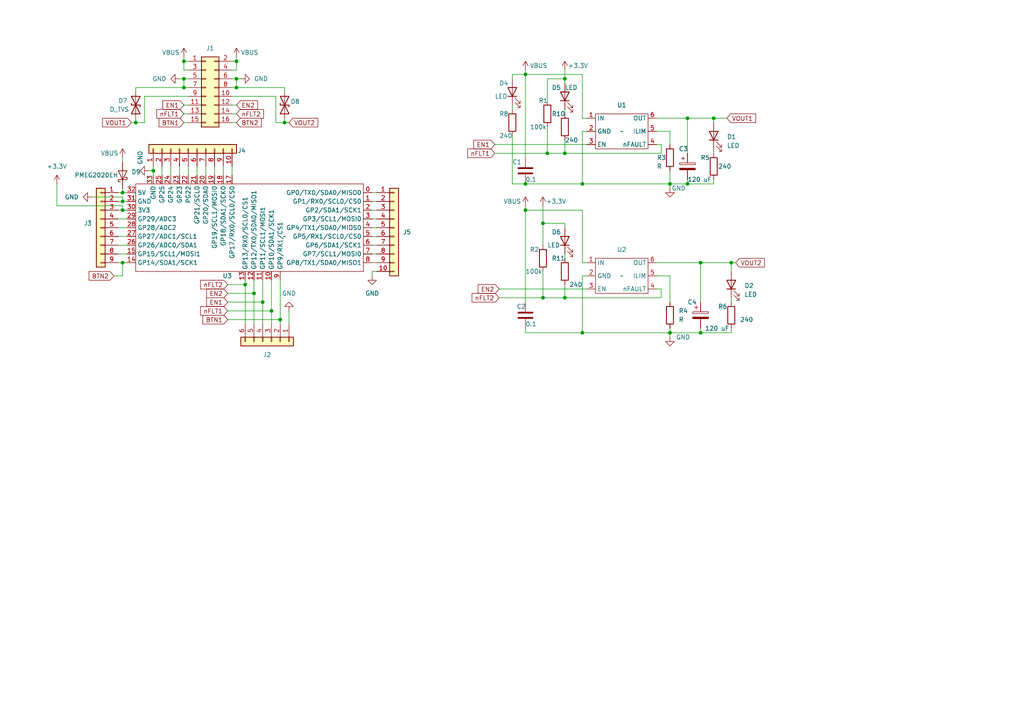
<source format=kicad_sch>
(kicad_sch (version 20231120) (generator "eeschema") (generator_version "8.0")
  (paper "A4")
  (lib_symbols
    (symbol "Connector_Generic:Conn_01x06" (pin_names (offset 1.016) hide)
      (property "Reference" "J" (at 0 7.62 0))
      (property "Value" "Conn_01x06" (at 0 -10.16 0))
      (symbol "Conn_01x06_1_1"
        (rectangle (start -1.27 -7.493) (end 0 -7.747) (stroke (width 0.1524)))
        (rectangle (start -1.27 -4.953) (end 0 -5.207) (stroke (width 0.1524)))
        (rectangle (start -1.27 -2.413) (end 0 -2.667) (stroke (width 0.1524)))
        (rectangle (start -1.27 0.127) (end 0 -0.127) (stroke (width 0.1524)))
        (rectangle (start -1.27 2.667) (end 0 2.413) (stroke (width 0.1524)))
        (rectangle (start -1.27 5.207) (end 0 4.953) (stroke (width 0.1524)))
        (rectangle (start -1.27 6.35) (end 1.27 -8.89) (stroke (width 0.254)) (fill (type background)))
        (pin passive line (at -5.08 5.08 0) (length 3.81) (name "Pin_1") (number "1"))
        (pin passive line (at -5.08 2.54 0) (length 3.81) (name "Pin_2") (number "2"))
        (pin passive line (at -5.08 0 0) (length 3.81) (name "Pin_3") (number "3"))
        (pin passive line (at -5.08 -2.54 0) (length 3.81) (name "Pin_4") (number "4"))
        (pin passive line (at -5.08 -5.08 0) (length 3.81) (name "Pin_5") (number "5"))
        (pin passive line (at -5.08 -7.62 0) (length 3.81) (name "Pin_6") (number "6"))
      )
    )
    (symbol "Connector_Generic:Conn_01x09" (pin_names (offset 1.016) hide)
      (property "Reference" "J" (at 0 12.7 0))
      (property "Value" "Conn_01x09" (at 0 -12.7 0))
      (symbol "Conn_01x09_1_1"
        (rectangle (start -1.27 -10.033) (end 0 -10.287) (stroke (width 0.1524)))
        (rectangle (start -1.27 -7.493) (end 0 -7.747) (stroke (width 0.1524)))
        (rectangle (start -1.27 -4.953) (end 0 -5.207) (stroke (width 0.1524)))
        (rectangle (start -1.27 -2.413) (end 0 -2.667) (stroke (width 0.1524)))
        (rectangle (start -1.27 0.127) (end 0 -0.127) (stroke (width 0.1524)))
        (rectangle (start -1.27 2.667) (end 0 2.413) (stroke (width 0.1524)))
        (rectangle (start -1.27 5.207) (end 0 4.953) (stroke (width 0.1524)))
        (rectangle (start -1.27 7.747) (end 0 7.493) (stroke (width 0.1524)))
        (rectangle (start -1.27 10.287) (end 0 10.033) (stroke (width 0.1524)))
        (rectangle (start -1.27 11.43) (end 1.27 -11.43) (stroke (width 0.254)) (fill (type background)))
        (pin passive line (at -5.08 10.16 0) (length 3.81) (name "Pin_1") (number "1"))
        (pin passive line (at -5.08 7.62 0) (length 3.81) (name "Pin_2") (number "2"))
        (pin passive line (at -5.08 5.08 0) (length 3.81) (name "Pin_3") (number "3"))
        (pin passive line (at -5.08 2.54 0) (length 3.81) (name "Pin_4") (number "4"))
        (pin passive line (at -5.08 0 0) (length 3.81) (name "Pin_5") (number "5"))
        (pin passive line (at -5.08 -2.54 0) (length 3.81) (name "Pin_6") (number "6"))
        (pin passive line (at -5.08 -5.08 0) (length 3.81) (name "Pin_7") (number "7"))
        (pin passive line (at -5.08 -7.62 0) (length 3.81) (name "Pin_8") (number "8"))
        (pin passive line (at -5.08 -10.16 0) (length 3.81) (name "Pin_9") (number "9"))
      )
    )
    (symbol "Connector_Generic:Conn_01x10" (pin_names (offset 1.016) hide)
      (property "Reference" "J" (at 0 12.7 0))
      (property "Value" "Conn_01x10" (at 0 -15.24 0))
      (symbol "Conn_01x10_1_1"
        (rectangle (start -1.27 -12.573) (end 0 -12.827) (stroke (width 0.1524)))
        (rectangle (start -1.27 -10.033) (end 0 -10.287) (stroke (width 0.1524)))
        (rectangle (start -1.27 -7.493) (end 0 -7.747) (stroke (width 0.1524)))
        (rectangle (start -1.27 -4.953) (end 0 -5.207) (stroke (width 0.1524)))
        (rectangle (start -1.27 -2.413) (end 0 -2.667) (stroke (width 0.1524)))
        (rectangle (start -1.27 0.127) (end 0 -0.127) (stroke (width 0.1524)))
        (rectangle (start -1.27 2.667) (end 0 2.413) (stroke (width 0.1524)))
        (rectangle (start -1.27 5.207) (end 0 4.953) (stroke (width 0.1524)))
        (rectangle (start -1.27 7.747) (end 0 7.493) (stroke (width 0.1524)))
        (rectangle (start -1.27 10.287) (end 0 10.033) (stroke (width 0.1524)))
        (rectangle (start -1.27 11.43) (end 1.27 -13.97) (stroke (width 0.254)) (fill (type background)))
        (pin passive line (at -5.08 10.16 0) (length 3.81) (name "Pin_1") (number "1"))
        (pin passive line (at -5.08 -12.7 0) (length 3.81) (name "Pin_10") (number "10"))
        (pin passive line (at -5.08 7.62 0) (length 3.81) (name "Pin_2") (number "2"))
        (pin passive line (at -5.08 5.08 0) (length 3.81) (name "Pin_3") (number "3"))
        (pin passive line (at -5.08 2.54 0) (length 3.81) (name "Pin_4") (number "4"))
        (pin passive line (at -5.08 0 0) (length 3.81) (name "Pin_5") (number "5"))
        (pin passive line (at -5.08 -2.54 0) (length 3.81) (name "Pin_6") (number "6"))
        (pin passive line (at -5.08 -5.08 0) (length 3.81) (name "Pin_7") (number "7"))
        (pin passive line (at -5.08 -7.62 0) (length 3.81) (name "Pin_8") (number "8"))
        (pin passive line (at -5.08 -10.16 0) (length 3.81) (name "Pin_9") (number "9"))
      )
    )
    (symbol "Connector_Generic:Conn_02x08_Odd_Even" (pin_names (offset 1.016) hide)
      (property "Reference" "J" (at 1.27 10.16 0))
      (property "Value" "Conn_02x08_Odd_Even" (at 1.27 -12.7 0))
      (symbol "Conn_02x08_Odd_Even_1_1"
        (rectangle (start -1.27 -10.033) (end 0 -10.287) (stroke (width 0.1524)))
        (rectangle (start -1.27 -7.493) (end 0 -7.747) (stroke (width 0.1524)))
        (rectangle (start -1.27 -4.953) (end 0 -5.207) (stroke (width 0.1524)))
        (rectangle (start -1.27 -2.413) (end 0 -2.667) (stroke (width 0.1524)))
        (rectangle (start -1.27 0.127) (end 0 -0.127) (stroke (width 0.1524)))
        (rectangle (start -1.27 2.667) (end 0 2.413) (stroke (width 0.1524)))
        (rectangle (start -1.27 5.207) (end 0 4.953) (stroke (width 0.1524)))
        (rectangle (start -1.27 7.747) (end 0 7.493) (stroke (width 0.1524)))
        (rectangle (start -1.27 8.89) (end 3.81 -11.43) (stroke (width 0.254)) (fill (type background)))
        (rectangle (start 3.81 -10.033) (end 2.54 -10.287) (stroke (width 0.1524)))
        (rectangle (start 3.81 -7.493) (end 2.54 -7.747) (stroke (width 0.1524)))
        (rectangle (start 3.81 -4.953) (end 2.54 -5.207) (stroke (width 0.1524)))
        (rectangle (start 3.81 -2.413) (end 2.54 -2.667) (stroke (width 0.1524)))
        (rectangle (start 3.81 0.127) (end 2.54 -0.127) (stroke (width 0.1524)))
        (rectangle (start 3.81 2.667) (end 2.54 2.413) (stroke (width 0.1524)))
        (rectangle (start 3.81 5.207) (end 2.54 4.953) (stroke (width 0.1524)))
        (rectangle (start 3.81 7.747) (end 2.54 7.493) (stroke (width 0.1524)))
        (pin passive line (at -5.08 7.62 0) (length 3.81) (name "Pin_1") (number "1"))
        (pin passive line (at 7.62 -2.54 180) (length 3.81) (name "Pin_10") (number "10"))
        (pin passive line (at -5.08 -5.08 0) (length 3.81) (name "Pin_11") (number "11"))
        (pin passive line (at 7.62 -5.08 180) (length 3.81) (name "Pin_12") (number "12"))
        (pin passive line (at -5.08 -7.62 0) (length 3.81) (name "Pin_13") (number "13"))
        (pin passive line (at 7.62 -7.62 180) (length 3.81) (name "Pin_14") (number "14"))
        (pin passive line (at -5.08 -10.16 0) (length 3.81) (name "Pin_15") (number "15"))
        (pin passive line (at 7.62 -10.16 180) (length 3.81) (name "Pin_16") (number "16"))
        (pin passive line (at 7.62 7.62 180) (length 3.81) (name "Pin_2") (number "2"))
        (pin passive line (at -5.08 5.08 0) (length 3.81) (name "Pin_3") (number "3"))
        (pin passive line (at 7.62 5.08 180) (length 3.81) (name "Pin_4") (number "4"))
        (pin passive line (at -5.08 2.54 0) (length 3.81) (name "Pin_5") (number "5"))
        (pin passive line (at 7.62 2.54 180) (length 3.81) (name "Pin_6") (number "6"))
        (pin passive line (at -5.08 0 0) (length 3.81) (name "Pin_7") (number "7"))
        (pin passive line (at 7.62 0 180) (length 3.81) (name "Pin_8") (number "8"))
        (pin passive line (at -5.08 -2.54 0) (length 3.81) (name "Pin_9") (number "9"))
      )
    )
    (symbol "Device:C" (pin_numbers hide) (pin_names (offset 0.254))
      (property "Reference" "C" (at 0.635 2.54 0))
      (property "Value" "C" (at 0.635 -2.54 0))
      (symbol "C_0_1"
        (polyline (pts (xy -2.032 -0.762) (xy 2.032 -0.762)) (stroke (width 0.508)))
        (polyline (pts (xy -2.032 0.762) (xy 2.032 0.762)) (stroke (width 0.508)))
      )
      (symbol "C_1_1"
        (pin passive line (at 0 3.81 270) (length 2.794) (name "~") (number "1"))
        (pin passive line (at 0 -3.81 90) (length 2.794) (name "~") (number "2"))
      )
    )
    (symbol "Device:C_Polarized" (pin_numbers hide) (pin_names (offset 0.254))
      (property "Reference" "C" (at 0.635 2.54 0))
      (property "Value" "C_Polarized" (at 0.635 -2.54 0))
      (symbol "C_Polarized_0_1"
        (rectangle (start -2.286 0.508) (end 2.286 1.016))
        (polyline (pts (xy -1.778 2.286) (xy -0.762 2.286)))
        (polyline (pts (xy -1.27 2.794) (xy -1.27 1.778)))
        (rectangle (start 2.286 -0.508) (end -2.286 -1.016) (fill (type outline)))
      )
      (symbol "C_Polarized_1_1"
        (pin passive line (at 0 3.81 270) (length 2.794) (name "~") (number "1"))
        (pin passive line (at 0 -3.81 90) (length 2.794) (name "~") (number "2"))
      )
    )
    (symbol "Device:D_TVS" (pin_numbers hide) (pin_names (offset 1.016) hide)
      (property "Reference" "D" (at 0 2.54 0))
      (property "Value" "D_TVS" (at 0 -2.54 0))
      (symbol "D_TVS_0_1"
        (polyline (pts (xy 1.27 0) (xy -1.27 0)))
        (polyline (pts (xy 0.508 1.27) (xy 0 1.27) (xy 0 -1.27) (xy -0.508 -1.27)) (stroke (width 0.254)))
        (polyline (pts (xy -2.54 1.27) (xy -2.54 -1.27) (xy 2.54 1.27) (xy 2.54 -1.27) (xy -2.54 1.27)) (stroke (width 0.254)))
      )
      (symbol "D_TVS_1_1"
        (pin passive line (at -3.81 0 0) (length 2.54) (name "A1") (number "1"))
        (pin passive line (at 3.81 0 180) (length 2.54) (name "A2") (number "2"))
      )
    )
    (symbol "Device:LED" (pin_numbers hide) (pin_names (offset 1.016) hide)
      (property "Reference" "D" (at 0 2.54 0))
      (property "Value" "LED" (at 0 -2.54 0))
      (symbol "LED_0_1"
        (polyline (pts (xy -1.27 -1.27) (xy -1.27 1.27)) (stroke (width 0.254)))
        (polyline (pts (xy -1.27 0) (xy 1.27 0)))
        (polyline (pts (xy 1.27 -1.27) (xy 1.27 1.27) (xy -1.27 0) (xy 1.27 -1.27)) (stroke (width 0.254)))
        (polyline (pts (xy -3.048 -0.762) (xy -4.572 -2.286) (xy -3.81 -2.286) (xy -4.572 -2.286) (xy -4.572 -1.524)))
        (polyline (pts (xy -1.778 -0.762) (xy -3.302 -2.286) (xy -2.54 -2.286) (xy -3.302 -2.286) (xy -3.302 -1.524)))
      )
      (symbol "LED_1_1"
        (pin passive line (at -3.81 0 0) (length 2.54) (name "K") (number "1"))
        (pin passive line (at 3.81 0 180) (length 2.54) (name "A") (number "2"))
      )
    )
    (symbol "Device:R" (pin_numbers hide) (pin_names (offset 0))
      (property "Reference" "R" (at 2.032 0 90))
      (property "Value" "R" (at 0 0 90))
      (symbol "R_0_1"
        (rectangle (start -1.016 -2.54) (end 1.016 2.54) (stroke (width 0.254)))
      )
      (symbol "R_1_1"
        (pin passive line (at 0 3.81 270) (length 1.27) (name "~") (number "1"))
        (pin passive line (at 0 -3.81 90) (length 1.27) (name "~") (number "2"))
      )
    )
    (symbol "Diode:PMEG2020EH" (pin_numbers hide) (pin_names hide)
      (property "Reference" "D" (at 0 2.54 0))
      (property "Value" "PMEG2020EH" (at 0 -2.54 0))
      (symbol "PMEG2020EH_0_1"
        (polyline (pts (xy 1.27 0) (xy -1.27 0)))
        (polyline (pts (xy 1.27 1.27) (xy 1.27 -1.27) (xy -1.27 0) (xy 1.27 1.27)) (stroke (width 0.2032)))
        (polyline (pts (xy -1.905 0.635) (xy -1.905 1.27) (xy -1.27 1.27) (xy -1.27 -1.27) (xy -0.635 -1.27) (xy -0.635 -0.635)) (stroke (width 0.2032)))
      )
      (symbol "PMEG2020EH_1_1"
        (pin passive line (at -3.81 0 0) (length 2.54) (name "K") (number "1"))
        (pin passive line (at 3.81 0 180) (length 2.54) (name "A") (number "2"))
      )
    )
    (symbol "Vedro:RP2040-One"
      (property "Reference" "U" (at 0 25.4 0))
      (symbol "RP2040-One_0_1"
        (rectangle (start -44.45 15.24) (end 21.59 -10.16))
      )
      (symbol "RP2040-One_1_1"
        (pin input line (at 24.13 12.7 180) (length 2.54) (name "GP0/TX0/SDA0/MISO0") (number "0"))
        (pin input line (at 24.13 10.16 180) (length 2.54) (name "GP1/RX0/SCL0/CS0") (number "1"))
        (pin input line (at -5.08 -12.7 90) (length 2.54) (name "GP10/SDA1/SCK1") (number "10"))
        (pin input line (at -7.62 -12.7 90) (length 2.54) (name "GP11/SCL1/MOSI1") (number "11"))
        (pin input line (at -10.16 -12.7 90) (length 2.54) (name "GP12/TX0/SDA0/MISO1") (number "12"))
        (pin input line (at -12.7 -12.7 90) (length 2.54) (name "GP13/RX0/SCL0/CS1") (number "13"))
        (pin input line (at -46.99 -7.62 0) (length 2.54) (name "GP14/SDA1/SCK1") (number "14"))
        (pin input line (at -46.99 -5.08 0) (length 2.54) (name "GP15/SCL1/MOSI1") (number "15"))
        (pin power_in line (at -16.51 17.78 270) (length 2.54) (name "GP17/RX0/SCL0/CS0") (number "17"))
        (pin power_in line (at -19.05 17.78 270) (length 2.54) (name "GP18/SDA1/SCK0") (number "18"))
        (pin power_in line (at -21.59 17.78 270) (length 2.54) (name "GP19/SCL1/MOSI0") (number "19"))
        (pin input line (at 24.13 7.62 180) (length 2.54) (name "GP2/SDA1/SCK1") (number "2"))
        (pin power_in line (at -24.13 17.78 270) (length 2.54) (name "GP20/SDA0") (number "20"))
        (pin power_in line (at -26.67 17.78 270) (length 2.54) (name "GP21/SCL0") (number "21"))
        (pin power_in line (at -29.21 17.78 270) (length 2.54) (name "PG22") (number "22"))
        (pin power_in line (at -31.75 17.78 270) (length 2.54) (name "GP23") (number "23"))
        (pin power_in line (at -34.29 17.78 270) (length 2.54) (name "GP24") (number "24"))
        (pin power_in line (at -36.83 17.78 270) (length 2.54) (name "GP25") (number "25"))
        (pin input line (at -46.99 -2.54 0) (length 2.54) (name "GP26/ADC0/SDA1") (number "26"))
        (pin input line (at -46.99 0 0) (length 2.54) (name "GP27/ADC1/SCL1") (number "27"))
        (pin input line (at -46.99 2.54 0) (length 2.54) (name "GP28/ADC2") (number "28"))
        (pin input line (at -46.99 5.08 0) (length 2.54) (name "GP29/ADC3") (number "29"))
        (pin input line (at 24.13 5.08 180) (length 2.54) (name "GP3/SCL1/MOSI0") (number "3"))
        (pin power_in line (at -46.99 7.62 0) (length 2.54) (name "3V3") (number "30"))
        (pin power_in line (at -46.99 10.16 0) (length 2.54) (name "GND") (number "31"))
        (pin power_in line (at -46.99 12.7 0) (length 2.54) (name "5V") (number "32"))
        (pin power_in line (at -39.37 17.78 270) (length 2.54) (name "GND") (number "33"))
        (pin input line (at 24.13 2.54 180) (length 2.54) (name "GP4/TX1/SDA0/MIOS0") (number "4"))
        (pin input line (at 24.13 0 180) (length 2.54) (name "GP5/RX1/SCL0/CS0") (number "5"))
        (pin input line (at 24.13 -2.54 180) (length 2.54) (name "GP6/SDA1/SCK1") (number "6"))
        (pin input line (at 24.13 -5.08 180) (length 2.54) (name "GP7/SCL1/MOSI0") (number "7"))
        (pin input line (at 24.13 -7.62 180) (length 2.54) (name "GP8/TX1/SDA0/MISO1") (number "8"))
        (pin input line (at -2.54 -12.7 90) (length 2.54) (name "GP9/RX1/CS1") (number "9"))
      )
    )
    (symbol "power:+3.3V" (power) (pin_names (offset 0))
      (property "Value" "+3.3V" (at 0 3.556 0))
      (symbol "+3.3V_0_1"
        (polyline (pts (xy -0.762 1.27) (xy 0 2.54)))
        (polyline (pts (xy 0 0) (xy 0 2.54)))
        (polyline (pts (xy 0 2.54) (xy 0.762 1.27)))
      )
      (symbol "+3.3V_1_1"
        (pin power_in line (at 0 0 90) (length 0) hide (name "+3.3V") (number "1"))
      )
    )
    (symbol "power:GND" (power) (pin_names (offset 0))
      (property "Value" "GND" (at 0 -3.81 0))
      (symbol "GND_0_1"
        (polyline (pts (xy 0 0) (xy 0 -1.27) (xy 1.27 -1.27) (xy 0 -2.54) (xy -1.27 -1.27) (xy 0 -1.27)))
      )
      (symbol "GND_1_1"
        (pin power_in line (at 0 0 270) (length 0) hide (name "GND") (number "1"))
      )
    )
    (symbol "power:VBUS" (power) (pin_names (offset 0))
      (property "Value" "VBUS" (at 0 3.81 0))
      (symbol "VBUS_0_1"
        (polyline (pts (xy -0.762 1.27) (xy 0 2.54)))
        (polyline (pts (xy 0 0) (xy 0 2.54)))
        (polyline (pts (xy 0 2.54) (xy 0.762 1.27)))
      )
      (symbol "VBUS_1_1"
        (pin power_in line (at 0 0 90) (length 0) hide (name "VBUS") (number "1"))
      )
    )
    (symbol "swich emergent:tps2553"
      (property "Reference" "U" (at 0 7.62 0))
      (symbol "tps2553_0_1"
        (rectangle (start -7.62 5.08) (end 7.62 -5.08))
      )
      (symbol "tps2553_1_1"
        (pin power_in line (at -10.16 3.81 0) (length 2.54) (name "IN") (number "1"))
        (pin power_in line (at -10.16 0 0) (length 2.54) (name "GND") (number "2"))
        (pin input line (at -10.16 -3.81 0) (length 2.54) (name "EN") (number "3"))
        (pin open_collector line (at 10.16 -3.81 180) (length 2.54) (name "nFAULT") (number "4"))
        (pin output line (at 10.16 0 180) (length 2.54) (name "ILIM") (number "5"))
        (pin power_out line (at 10.16 3.81 180) (length 2.54) (name "OUT") (number "6"))
      )
    )
  )
  (junction (at 194.31 96.52))
  (junction (at 53.34 17.78))
  (junction (at 158.75 44.45))
  (junction (at 194.31 53.34))
  (junction (at 71.12 82.55))
  (junction (at 35.56 58.42))
  (junction (at 199.39 34.29))
  (junction (at 76.2 87.63))
  (junction (at 199.39 53.34))
  (junction (at 212.09 76.2))
  (junction (at 35.56 55.88))
  (junction (at 163.83 44.45))
  (junction (at 81.28 92.71))
  (junction (at 35.56 76.2))
  (junction (at 168.91 53.34))
  (junction (at 35.56 60.96))
  (junction (at 53.34 22.86))
  (junction (at 78.74 90.17))
  (junction (at 68.58 22.86))
  (junction (at 152.4 21.59))
  (junction (at 207.01 34.29))
  (junction (at 39.37 35.56))
  (junction (at 163.83 86.36))
  (junction (at 157.48 64.77))
  (junction (at 203.2 76.2))
  (junction (at 152.4 60.96))
  (junction (at 53.34 25.4))
  (junction (at 163.83 22.86))
  (junction (at 203.2 96.52))
  (junction (at 44.45 49.53))
  (junction (at 68.58 17.78))
  (junction (at 73.66 85.09))
  (junction (at 152.4 53.34))
  (junction (at 157.48 86.36))
  (junction (at 168.91 96.52))
  (junction (at 68.58 25.4))
  (junction (at 82.55 35.56))
  (wire (pts (xy 157.48 86.36) (xy 163.83 86.36)))
  (wire (pts (xy 194.31 96.52) (xy 194.31 97.79)))
  (wire (pts (xy 66.04 87.63) (xy 76.2 87.63)))
  (wire (pts (xy 34.29 58.42) (xy 35.56 58.42)))
  (wire (pts (xy 207.01 34.29) (xy 210.82 34.29)))
  (wire (pts (xy 199.39 52.07) (xy 199.39 53.34)))
  (wire (pts (xy 109.22 60.96) (xy 107.95 60.96)))
  (wire (pts (xy 168.91 96.52) (xy 194.31 96.52)))
  (wire (pts (xy 53.34 16.51) (xy 53.34 17.78)))
  (wire (pts (xy 67.31 17.78) (xy 68.58 17.78)))
  (wire (pts (xy 152.4 96.52) (xy 168.91 96.52)))
  (wire (pts (xy 170.18 38.1) (xy 168.91 38.1)))
  (wire (pts (xy 81.28 92.71) (xy 81.28 81.28)))
  (wire (pts (xy 157.48 64.77) (xy 163.83 64.77)))
  (wire (pts (xy 66.04 92.71) (xy 81.28 92.71)))
  (wire (pts (xy 64.77 48.26) (xy 64.77 50.8)))
  (wire (pts (xy 39.37 25.4) (xy 53.34 25.4)))
  (wire (pts (xy 34.29 71.12) (xy 36.83 71.12)))
  (wire (pts (xy 34.29 55.88) (xy 35.56 55.88)))
  (wire (pts (xy 190.5 76.2) (xy 203.2 76.2)))
  (wire (pts (xy 194.31 80.01) (xy 190.5 80.01)))
  (wire (pts (xy 107.95 78.74) (xy 109.22 78.74)))
  (wire (pts (xy 190.5 34.29) (xy 199.39 34.29)))
  (wire (pts (xy 53.34 22.86) (xy 52.07 22.86)))
  (wire (pts (xy 59.69 48.26) (xy 59.69 50.8)))
  (wire (pts (xy 16.51 53.34) (xy 16.51 59.69)))
  (wire (pts (xy 143.51 41.91) (xy 170.18 41.91)))
  (wire (pts (xy 53.34 35.56) (xy 54.61 35.56)))
  (wire (pts (xy 39.37 26.67) (xy 39.37 25.4)))
  (wire (pts (xy 78.74 93.98) (xy 78.74 90.17)))
  (wire (pts (xy 54.61 25.4) (xy 53.34 25.4)))
  (wire (pts (xy 157.48 59.69) (xy 157.48 64.77)))
  (wire (pts (xy 68.58 17.78) (xy 68.58 20.32)))
  (wire (pts (xy 71.12 82.55) (xy 71.12 81.28)))
  (wire (pts (xy 68.58 33.02) (xy 67.31 33.02)))
  (wire (pts (xy 68.58 25.4) (xy 82.55 25.4)))
  (wire (pts (xy 35.56 55.88) (xy 36.83 55.88)))
  (wire (pts (xy 66.04 82.55) (xy 71.12 82.55)))
  (wire (pts (xy 191.77 41.91) (xy 190.5 41.91)))
  (wire (pts (xy 80.01 35.56) (xy 82.55 35.56)))
  (wire (pts (xy 35.56 54.61) (xy 35.56 55.88)))
  (wire (pts (xy 207.01 52.07) (xy 207.01 53.34)))
  (wire (pts (xy 34.29 68.58) (xy 36.83 68.58)))
  (wire (pts (xy 168.91 80.01) (xy 170.18 80.01)))
  (wire (pts (xy 109.22 58.42) (xy 107.95 58.42)))
  (wire (pts (xy 53.34 22.86) (xy 53.34 25.4)))
  (wire (pts (xy 66.04 85.09) (xy 73.66 85.09)))
  (wire (pts (xy 66.04 90.17) (xy 78.74 90.17)))
  (wire (pts (xy 57.15 48.26) (xy 57.15 50.8)))
  (wire (pts (xy 62.23 48.26) (xy 62.23 50.8)))
  (wire (pts (xy 35.56 57.15) (xy 35.56 58.42)))
  (wire (pts (xy 148.59 21.59) (xy 148.59 22.86)))
  (wire (pts (xy 34.29 73.66) (xy 36.83 73.66)))
  (wire (pts (xy 71.12 93.98) (xy 71.12 82.55)))
  (wire (pts (xy 163.83 22.86) (xy 163.83 24.13)))
  (wire (pts (xy 52.07 48.26) (xy 52.07 50.8)))
  (wire (pts (xy 199.39 53.34) (xy 207.01 53.34)))
  (wire (pts (xy 203.2 76.2) (xy 212.09 76.2)))
  (wire (pts (xy 67.31 27.94) (xy 80.01 27.94)))
  (wire (pts (xy 43.18 49.53) (xy 44.45 49.53)))
  (wire (pts (xy 212.09 95.25) (xy 212.09 96.52)))
  (wire (pts (xy 163.83 82.55) (xy 163.83 86.36)))
  (wire (pts (xy 152.4 95.25) (xy 152.4 96.52)))
  (wire (pts (xy 35.56 45.72) (xy 35.56 46.99)))
  (wire (pts (xy 191.77 83.82) (xy 190.5 83.82)))
  (wire (pts (xy 203.2 96.52) (xy 212.09 96.52)))
  (wire (pts (xy 158.75 29.21) (xy 158.75 22.86)))
  (wire (pts (xy 68.58 22.86) (xy 68.58 25.4)))
  (wire (pts (xy 67.31 48.26) (xy 67.31 50.8)))
  (wire (pts (xy 83.82 90.17) (xy 83.82 93.98)))
  (wire (pts (xy 168.91 60.96) (xy 168.91 76.2)))
  (wire (pts (xy 109.22 63.5) (xy 107.95 63.5)))
  (wire (pts (xy 82.55 25.4) (xy 82.55 26.67)))
  (wire (pts (xy 35.56 60.96) (xy 34.29 60.96)))
  (wire (pts (xy 76.2 87.63) (xy 76.2 81.28)))
  (wire (pts (xy 152.4 21.59) (xy 168.91 21.59)))
  (wire (pts (xy 191.77 86.36) (xy 191.77 83.82)))
  (wire (pts (xy 143.51 44.45) (xy 158.75 44.45)))
  (wire (pts (xy 34.29 66.04) (xy 36.83 66.04)))
  (wire (pts (xy 35.56 80.01) (xy 35.56 76.2)))
  (wire (pts (xy 199.39 34.29) (xy 199.39 44.45)))
  (wire (pts (xy 73.66 93.98) (xy 73.66 85.09)))
  (wire (pts (xy 34.29 76.2) (xy 35.56 76.2)))
  (wire (pts (xy 207.01 44.45) (xy 207.01 43.18)))
  (wire (pts (xy 158.75 44.45) (xy 163.83 44.45)))
  (wire (pts (xy 207.01 35.56) (xy 207.01 34.29)))
  (wire (pts (xy 46.99 48.26) (xy 46.99 50.8)))
  (wire (pts (xy 78.74 90.17) (xy 78.74 81.28)))
  (wire (pts (xy 148.59 39.37) (xy 148.59 53.34)))
  (wire (pts (xy 53.34 33.02) (xy 54.61 33.02)))
  (wire (pts (xy 194.31 87.63) (xy 194.31 80.01)))
  (wire (pts (xy 83.82 35.56) (xy 82.55 35.56)))
  (wire (pts (xy 53.34 22.86) (xy 54.61 22.86)))
  (wire (pts (xy 53.34 17.78) (xy 54.61 17.78)))
  (wire (pts (xy 191.77 44.45) (xy 191.77 41.91)))
  (wire (pts (xy 194.31 96.52) (xy 203.2 96.52)))
  (wire (pts (xy 109.22 66.04) (xy 107.95 66.04)))
  (wire (pts (xy 41.91 27.94) (xy 41.91 35.56)))
  (wire (pts (xy 203.2 76.2) (xy 203.2 87.63)))
  (wire (pts (xy 152.4 20.32) (xy 152.4 21.59)))
  (wire (pts (xy 49.53 48.26) (xy 49.53 50.8)))
  (wire (pts (xy 107.95 80.01) (xy 107.95 78.74)))
  (wire (pts (xy 144.78 86.36) (xy 157.48 86.36)))
  (wire (pts (xy 168.91 53.34) (xy 194.31 53.34)))
  (wire (pts (xy 148.59 30.48) (xy 148.59 31.75)))
  (wire (pts (xy 194.31 41.91) (xy 194.31 38.1)))
  (wire (pts (xy 82.55 35.56) (xy 82.55 34.29)))
  (wire (pts (xy 168.91 34.29) (xy 170.18 34.29)))
  (wire (pts (xy 157.48 78.74) (xy 157.48 86.36)))
  (wire (pts (xy 53.34 30.48) (xy 54.61 30.48)))
  (wire (pts (xy 168.91 21.59) (xy 168.91 34.29)))
  (wire (pts (xy 35.56 76.2) (xy 36.83 76.2)))
  (wire (pts (xy 38.1 35.56) (xy 39.37 35.56)))
  (wire (pts (xy 109.22 68.58) (xy 107.95 68.58)))
  (wire (pts (xy 194.31 38.1) (xy 190.5 38.1)))
  (wire (pts (xy 152.4 60.96) (xy 168.91 60.96)))
  (wire (pts (xy 203.2 95.25) (xy 203.2 96.52)))
  (wire (pts (xy 212.09 76.2) (xy 212.09 78.74)))
  (wire (pts (xy 44.45 49.53) (xy 44.45 50.8)))
  (wire (pts (xy 69.85 22.86) (xy 68.58 22.86)))
  (wire (pts (xy 35.56 60.96) (xy 36.83 60.96)))
  (wire (pts (xy 53.34 17.78) (xy 53.34 20.32)))
  (wire (pts (xy 68.58 35.56) (xy 67.31 35.56)))
  (wire (pts (xy 194.31 95.25) (xy 194.31 96.52)))
  (wire (pts (xy 212.09 76.2) (xy 213.36 76.2)))
  (wire (pts (xy 168.91 38.1) (xy 168.91 53.34)))
  (wire (pts (xy 68.58 16.51) (xy 68.58 17.78)))
  (wire (pts (xy 80.01 27.94) (xy 80.01 35.56)))
  (wire (pts (xy 53.34 20.32) (xy 54.61 20.32)))
  (wire (pts (xy 163.83 31.75) (xy 163.83 33.02)))
  (wire (pts (xy 26.67 57.15) (xy 35.56 57.15)))
  (wire (pts (xy 81.28 93.98) (xy 81.28 92.71)))
  (wire (pts (xy 35.56 58.42) (xy 36.83 58.42)))
  (wire (pts (xy 68.58 30.48) (xy 67.31 30.48)))
  (wire (pts (xy 54.61 48.26) (xy 54.61 50.8)))
  (wire (pts (xy 34.29 63.5) (xy 36.83 63.5)))
  (wire (pts (xy 158.75 36.83) (xy 158.75 44.45)))
  (wire (pts (xy 168.91 80.01) (xy 168.91 96.52)))
  (wire (pts (xy 212.09 86.36) (xy 212.09 87.63)))
  (wire (pts (xy 194.31 53.34) (xy 199.39 53.34)))
  (wire (pts (xy 68.58 20.32) (xy 67.31 20.32)))
  (wire (pts (xy 68.58 22.86) (xy 67.31 22.86)))
  (wire (pts (xy 148.59 21.59) (xy 152.4 21.59)))
  (wire (pts (xy 148.59 53.34) (xy 152.4 53.34)))
  (wire (pts (xy 163.83 73.66) (xy 163.83 74.93)))
  (wire (pts (xy 144.78 83.82) (xy 170.18 83.82)))
  (wire (pts (xy 152.4 21.59) (xy 152.4 45.72)))
  (wire (pts (xy 152.4 59.69) (xy 152.4 60.96)))
  (wire (pts (xy 163.83 20.32) (xy 163.83 22.86)))
  (wire (pts (xy 39.37 35.56) (xy 41.91 35.56)))
  (wire (pts (xy 199.39 34.29) (xy 207.01 34.29)))
  (wire (pts (xy 44.45 48.26) (xy 44.45 49.53)))
  (wire (pts (xy 73.66 85.09) (xy 73.66 81.28)))
  (wire (pts (xy 163.83 86.36) (xy 191.77 86.36)))
  (wire (pts (xy 158.75 22.86) (xy 163.83 22.86)))
  (wire (pts (xy 41.91 27.94) (xy 54.61 27.94)))
  (wire (pts (xy 35.56 59.69) (xy 35.56 60.96)))
  (wire (pts (xy 109.22 73.66) (xy 107.95 73.66)))
  (wire (pts (xy 67.31 25.4) (xy 68.58 25.4)))
  (wire (pts (xy 163.83 44.45) (xy 191.77 44.45)))
  (wire (pts (xy 109.22 76.2) (xy 107.95 76.2)))
  (wire (pts (xy 16.51 59.69) (xy 35.56 59.69)))
  (wire (pts (xy 157.48 71.12) (xy 157.48 64.77)))
  (wire (pts (xy 76.2 93.98) (xy 76.2 87.63)))
  (wire (pts (xy 194.31 49.53) (xy 194.31 53.34)))
  (wire (pts (xy 109.22 55.88) (xy 107.95 55.88)))
  (wire (pts (xy 168.91 76.2) (xy 170.18 76.2)))
  (wire (pts (xy 194.31 53.34) (xy 194.31 54.61)))
  (wire (pts (xy 163.83 40.64) (xy 163.83 44.45)))
  (wire (pts (xy 33.02 80.01) (xy 35.56 80.01)))
  (wire (pts (xy 152.4 53.34) (xy 168.91 53.34)))
  (wire (pts (xy 163.83 64.77) (xy 163.83 66.04)))
  (wire (pts (xy 152.4 60.96) (xy 152.4 87.63)))
  (wire (pts (xy 39.37 34.29) (xy 39.37 35.56)))
  (wire (pts (xy 109.22 71.12) (xy 107.95 71.12)))
  (global_label "nFLT1" (shape input) (at 143.51 44.45 180) (property "Intersheetrefs" "${INTERSHEET_REFS}" (effects (hide yes))))
  (global_label "EN1" (shape input) (at 143.51 41.91 180) (property "Intersheetrefs" "${INTERSHEET_REFS}" (effects (hide yes))))
  (global_label "nFLT1" (shape input) (at 53.34 33.02 180) (property "Intersheetrefs" "${INTERSHEET_REFS}" (effects (hide yes))))
  (global_label "EN2" (shape input) (at 66.04 85.09 180) (property "Intersheetrefs" "${INTERSHEET_REFS}" (effects (hide yes))))
  (global_label "nFLT2" (shape input) (at 68.58 33.02 0) (property "Intersheetrefs" "${INTERSHEET_REFS}" (effects (hide yes))))
  (global_label "nFLT2" (shape input) (at 66.04 82.55 180) (property "Intersheetrefs" "${INTERSHEET_REFS}" (effects (hide yes))))
  (global_label "EN2" (shape input) (at 144.78 83.82 180) (property "Intersheetrefs" "${INTERSHEET_REFS}" (effects (hide yes))))
  (global_label "BTN1" (shape input) (at 66.04 92.71 180) (property "Intersheetrefs" "${INTERSHEET_REFS}" (effects (hide yes))))
  (global_label "EN1" (shape input) (at 66.04 87.63 180) (property "Intersheetrefs" "${INTERSHEET_REFS}" (effects (hide yes))))
  (global_label "VOUT1" (shape input) (at 210.82 34.29 0) (property "Intersheetrefs" "${INTERSHEET_REFS}" (effects (hide yes))))
  (global_label "BTN2" (shape input) (at 33.02 80.01 180) (property "Intersheetrefs" "${INTERSHEET_REFS}" (effects (hide yes))))
  (global_label "nFLT1" (shape input) (at 66.04 90.17 180) (property "Intersheetrefs" "${INTERSHEET_REFS}" (effects (hide yes))))
  (global_label "VOUT2" (shape input) (at 83.82 35.56 0) (property "Intersheetrefs" "${INTERSHEET_REFS}" (effects (hide yes))))
  (global_label "BTN1" (shape input) (at 53.34 35.56 180) (property "Intersheetrefs" "${INTERSHEET_REFS}" (effects (hide yes))))
  (global_label "nFLT2" (shape input) (at 144.78 86.36 180) (property "Intersheetrefs" "${INTERSHEET_REFS}" (effects (hide yes))))
  (global_label "VOUT2" (shape input) (at 213.36 76.2 0) (property "Intersheetrefs" "${INTERSHEET_REFS}" (effects (hide yes))))
  (global_label "EN1" (shape input) (at 53.34 30.48 180) (property "Intersheetrefs" "${INTERSHEET_REFS}" (effects (hide yes))))
  (global_label "EN2" (shape input) (at 68.58 30.48 0) (property "Intersheetrefs" "${INTERSHEET_REFS}" (effects (hide yes))))
  (global_label "VOUT1" (shape input) (at 38.1 35.56 180) (property "Intersheetrefs" "${INTERSHEET_REFS}" (effects (hide yes))))
  (global_label "BTN2" (shape input) (at 68.58 35.56 0) (property "Intersheetrefs" "${INTERSHEET_REFS}" (effects (hide yes))))
  (symbol (lib_id "Device:R") (at 207.01 48.26 0) (unit 1)
    (property "Reference" "R5" (at 203.2 45.72 0) (effects (justify left)))
    (property "Value" "240" (at 208.28 48.26 0) (effects (justify left)))
    (property "Footprint" "Resistor_SMD:R_0603_1608Metric_Pad0.98x0.95mm_HandSolder" (effects (hide yes)))
  )
  (symbol (lib_id "power:GND") (at 83.82 90.17 180) (unit 1)
    (property "Reference" "#PWR012" (effects (hide yes)))
    (property "Value" "GND" (at 83.82 85.09 0))
  )
  (symbol (lib_id "Device:R") (at 194.31 91.44 0) (unit 1)
    (property "Reference" "R4" (at 196.85 90.17 0) (effects (justify left)))
    (property "Value" "R" (at 196.85 92.71 0) (effects (justify left)))
    (property "Footprint" "Resistor_SMD:R_0603_1608Metric_Pad0.98x0.95mm_HandSolder" (effects (hide yes)))
  )
  (symbol (lib_id "power:VBUS") (at 53.34 16.51 0) (unit 1)
    (property "Reference" "#PWR08" (effects (hide yes)))
    (property "Value" "VBUS" (at 49.53 15.24 0))
  )
  (symbol (lib_id "power:+3.3V") (at 157.48 59.69 0) (unit 1)
    (property "Reference" "#PWR015" (effects (hide yes)))
    (property "Value" "+3.3V" (at 161.29 58.42 0))
  )
  (symbol (lib_id "Device:LED") (at 163.83 27.94 90) (unit 1)
    (property "Reference" "D5" (at 160.02 25.4 90) (effects (justify right)))
    (property "Value" "LED" (at 163.83 25.4 90) (effects (justify right)))
    (property "Footprint" "LED_SMD:LED_0603_1608Metric_Pad1.05x0.95mm_HandSolder" (effects (hide yes)))
  )
  (symbol (lib_id "Device:R") (at 212.09 91.44 0) (unit 1)
    (property "Reference" "R6" (at 208.28 88.9 0) (effects (justify left)))
    (property "Value" "240" (at 214.63 92.71 0) (effects (justify left)))
    (property "Footprint" "Resistor_SMD:R_0603_1608Metric_Pad0.98x0.95mm_HandSolder" (effects (hide yes)))
  )
  (symbol (lib_id "Device:R") (at 163.83 78.74 0) (unit 1)
    (property "Reference" "R11" (at 160.02 74.93 0) (effects (justify left)))
    (property "Value" "240" (at 165.1 82.55 0) (effects (justify left)))
    (property "Footprint" "Resistor_SMD:R_0603_1608Metric_Pad0.98x0.95mm_HandSolder" (effects (hide yes)))
  )
  (symbol (lib_id "power:VBUS") (at 35.56 45.72 0) (unit 1)
    (property "Reference" "#PWR04" (effects (hide yes)))
    (property "Value" "VBUS" (at 31.75 44.45 0))
  )
  (symbol (lib_id "Device:LED") (at 148.59 26.67 90) (unit 1)
    (property "Reference" "D4" (at 144.78 24.13 90) (effects (justify right)))
    (property "Value" "LED" (at 143.51 27.94 90) (effects (justify right)))
    (property "Footprint" "LED_SMD:LED_0603_1608Metric_Pad1.05x0.95mm_HandSolder" (effects (hide yes)))
  )
  (symbol (lib_id "power:GND") (at 194.31 97.79 0) (unit 1)
    (property "Reference" "#PWR03" (effects (hide yes)))
    (property "Value" "GND" (at 198.12 97.79 0))
  )
  (symbol (lib_id "power:VBUS") (at 152.4 20.32 0) (unit 1)
    (property "Reference" "#PWR05" (effects (hide yes)))
    (property "Value" "VBUS" (at 156.21 19.05 0))
  )
  (symbol (lib_id "power:GND") (at 26.67 57.15 270) (unit 1)
    (property "Reference" "#PWR01" (effects (hide yes)))
    (property "Value" "GND" (at 22.86 57.15 90) (effects (justify right)))
  )
  (symbol (lib_id "Connector_Generic:Conn_01x09") (at 29.21 66.04 0) (mirror y) (unit 1)
    (property "Reference" "J3" (at 26.67 64.77 0) (effects (justify left)))
    (property "Value" "Conn_01x09" (effects (hide yes)))
    (property "Footprint" "Connector_PinHeader_2.54mm:PinHeader_1x09_P2.54mm_Vertical" (effects (hide yes)))
  )
  (symbol (lib_id "Device:C_Polarized") (at 199.39 48.26 0) (unit 1)
    (property "Reference" "C3" (at 196.85 43.18 0) (effects (justify left)))
    (property "Value" "120 uF" (at 199.39 52.07 0) (effects (justify left)))
    (property "Footprint" "Capacitor_SMD:CP_Elec_6.3x7.7" (effects (hide yes)))
  )
  (symbol (lib_id "Device:R") (at 194.31 45.72 0) (unit 1)
    (property "Reference" "R3" (at 190.5 45.72 0) (effects (justify left)))
    (property "Value" "R" (at 190.5 48.26 0) (effects (justify left)))
    (property "Footprint" "Resistor_SMD:R_0603_1608Metric_Pad0.98x0.95mm_HandSolder" (effects (hide yes)))
  )
  (symbol (lib_id "Device:R") (at 163.83 36.83 0) (unit 1)
    (property "Reference" "R10" (at 160.02 33.02 0) (effects (justify left)))
    (property "Value" "240" (at 163.83 40.64 0) (effects (justify left)))
    (property "Footprint" "Resistor_SMD:R_0603_1608Metric_Pad0.98x0.95mm_HandSolder" (effects (hide yes)))
  )
  (symbol (lib_id "Connector_Generic:Conn_01x10") (at 54.61 43.18 90) (unit 1)
    (property "Reference" "J4" (at 70.104 43.688 90))
    (property "Value" "Conn_01x10" (effects (hide yes)))
    (property "Footprint" "Connector_PinSocket_2.54mm:PinSocket_1x10_P2.54mm_Vertical" (effects (hide yes)))
  )
  (symbol (lib_id "Device:C") (at 152.4 91.44 0) (unit 1)
    (property "Reference" "C2" (at 149.86 88.9 0) (effects (justify left)))
    (property "Value" "0.1" (at 152.4 93.98 0) (effects (justify left)))
    (property "Footprint" "Capacitor_SMD:C_0603_1608Metric_Pad1.08x0.95mm_HandSolder" (effects (hide yes)))
  )
  (symbol (lib_id "Device:C") (at 152.4 49.53 0) (unit 1)
    (property "Reference" "C1" (at 148.59 46.99 0) (effects (justify left)))
    (property "Value" "0.1" (at 152.4 52.07 0) (effects (justify left)))
    (property "Footprint" "Capacitor_SMD:C_0603_1608Metric_Pad1.08x0.95mm_HandSolder" (effects (hide yes)))
  )
  (symbol (lib_id "power:GND") (at 52.07 22.86 270) (unit 1)
    (property "Reference" "#PWR010" (effects (hide yes)))
    (property "Value" "GND" (at 48.26 22.86 90) (effects (justify right)))
  )
  (symbol (lib_id "Vedro:RP2040-One") (at 83.82 68.58 0) (unit 1)
    (property "Reference" "U3" (at 67.31 80.01 0) (effects (justify right)))
    (property "Value" "~" (at 82.55 68.58 0))
    (property "Footprint" "Vedro:RP2040Zero" (effects (hide yes)))
  )
  (symbol (lib_id "Diode:PMEG2020EH") (at 35.56 50.8 90) (unit 1)
    (property "Reference" "D9" (at 38.1 49.8475 90) (effects (justify right)))
    (property "Value" "PMEG2020EH" (at 21.59 50.8 90) (effects (justify right)))
    (property "Footprint" "Diode_SMD:D_SOD-123F" (effects (hide yes)))
    (property "Datasheet" "https://assets.nexperia.com/documents/data-sheet/PMEG2020EH_EJ.pdf" (effects (hide yes)))
  )
  (symbol (lib_id "power:VBUS") (at 152.4 59.69 0) (unit 1)
    (property "Reference" "#PWR06" (effects (hide yes)))
    (property "Value" "VBUS" (at 148.59 58.42 0))
  )
  (symbol (lib_id "Device:D_TVS") (at 82.55 30.48 90) (unit 1)
    (property "Reference" "D8" (at 85.598 29.464 90))
    (property "Value" "D_TVS" (effects (hide yes)))
    (property "Footprint" "Diode_SMD:D_SOD-123F" (effects (hide yes)))
  )
  (symbol (lib_id "Device:R") (at 148.59 35.56 0) (unit 1)
    (property "Reference" "R8" (at 144.78 33.02 0) (effects (justify left)))
    (property "Value" "240" (at 144.78 39.37 0) (effects (justify left)))
    (property "Footprint" "Resistor_SMD:R_0603_1608Metric_Pad0.98x0.95mm_HandSolder" (effects (hide yes)))
  )
  (symbol (lib_id "Connector_Generic:Conn_02x08_Odd_Even") (at 59.69 25.4 0) (unit 1)
    (property "Reference" "J1" (at 60.96 13.97 0))
    (property "Value" "Conn_02x08_Odd_Even" (effects (hide yes)))
    (property "Footprint" "Connector_PinSocket_2.54mm:PinSocket_2x08_P2.54mm_Vertical" (effects (hide yes)))
    (property "Description" "Generic connector, double row, 02x08, odd/even pin numbering scheme (row 1 odd numbers, row 2 even numbers), script generated (kicad-library-utils/schlib/autogen/connector/)" (effects (hide yes)))
  )
  (symbol (lib_id "Device:C_Polarized") (at 203.2 91.44 0) (unit 1)
    (property "Reference" "C4" (at 199.39 87.63 0) (effects (justify left)))
    (property "Value" "120 uF" (at 204.47 95.25 0) (effects (justify left)))
    (property "Footprint" "Capacitor_SMD:CP_Elec_6.3x7.7" (effects (hide yes)))
  )
  (symbol (lib_id "power:GND") (at 69.85 22.86 90) (unit 1)
    (property "Reference" "#PWR011" (effects (hide yes)))
    (property "Value" "GND" (at 73.66 22.86 90) (effects (justify right)))
  )
  (symbol (lib_id "Connector_Generic:Conn_01x06") (at 78.74 99.06 270) (unit 1)
    (property "Reference" "J2" (at 77.47 102.87 90))
    (property "Value" "Conn_01x06" (effects (hide yes)))
    (property "Footprint" "Connector_PinHeader_2.54mm:PinHeader_1x06_P2.54mm_Vertical" (effects (hide yes)))
  )
  (symbol (lib_id "Device:R") (at 157.48 74.93 0) (unit 1)
    (property "Reference" "R2" (at 153.67 72.39 0) (effects (justify left)))
    (property "Value" "100k" (at 152.4 78.74 0) (effects (justify left)))
    (property "Footprint" "Resistor_SMD:R_0603_1608Metric_Pad0.98x0.95mm_HandSolder" (effects (hide yes)))
  )
  (symbol (lib_id "Connector_Generic:Conn_01x10") (at 114.3 66.04 0) (unit 1)
    (property "Reference" "J5" (at 116.84 67.31 0) (effects (justify left)))
    (property "Value" "Conn_01x10" (effects (hide yes)))
    (property "Footprint" "Connector_PinSocket_2.54mm:PinSocket_1x10_P2.54mm_Vertical" (effects (hide yes)))
  )
  (symbol (lib_id "power:VBUS") (at 68.58 16.51 0) (unit 1)
    (property "Reference" "#PWR09" (effects (hide yes)))
    (property "Value" "VBUS" (at 72.39 15.24 0))
  )
  (symbol (lib_id "Device:LED") (at 207.01 39.37 90) (unit 1)
    (property "Reference" "D1" (at 210.82 39.6875 90) (effects (justify right)))
    (property "Value" "LED" (at 210.82 42.2275 90) (effects (justify right)))
    (property "Footprint" "LED_SMD:LED_0603_1608Metric_Pad1.05x0.95mm_HandSolder" (effects (hide yes)))
  )
  (symbol (lib_id "power:+3.3V") (at 163.83 20.32 0) (unit 1)
    (property "Reference" "#PWR014" (effects (hide yes)))
    (property "Value" "+3.3V" (at 167.64 19.05 0))
  )
  (symbol (lib_id "power:GND") (at 194.31 54.61 0) (unit 1)
    (property "Reference" "#PWR02" (effects (hide yes)))
    (property "Value" "GND" (at 196.85 54.61 0))
  )
  (symbol (lib_id "swich emergent:tps2553") (at 180.34 38.1 0) (unit 1)
    (property "Reference" "U1" (at 180.34 30.48 0))
    (property "Value" "~" (at 180.34 38.1 0))
    (property "Footprint" "Package_TO_SOT_SMD:SOT-23-6_Handsoldering" (effects (hide yes)))
  )
  (symbol (lib_id "power:GND") (at 107.95 80.01 0) (unit 1)
    (property "Reference" "#PWR013" (effects (hide yes)))
    (property "Value" "GND" (at 107.95 85.09 0))
  )
  (symbol (lib_id "Device:LED") (at 163.83 69.85 90) (unit 1)
    (property "Reference" "D6" (at 160.02 67.31 90) (effects (justify right)))
    (property "Value" "LED" (at 158.75 71.12 90) (effects (justify right)))
    (property "Footprint" "LED_SMD:LED_0603_1608Metric_Pad1.05x0.95mm_HandSolder" (effects (hide yes)))
  )
  (symbol (lib_id "Device:D_TVS") (at 39.37 30.48 90) (unit 1)
    (property "Reference" "D7" (at 34.29 29.21 90) (effects (justify right)))
    (property "Value" "D_TVS" (at 31.75 31.75 90) (effects (justify right)))
    (property "Footprint" "Diode_SMD:D_SOD-123F" (effects (hide yes)))
  )
  (symbol (lib_id "Device:LED") (at 212.09 82.55 90) (unit 1)
    (property "Reference" "D2" (at 215.9 82.8675 90) (effects (justify right)))
    (property "Value" "LED" (at 215.9 85.4075 90) (effects (justify right)))
    (property "Footprint" "LED_SMD:LED_0603_1608Metric_Pad1.05x0.95mm_HandSolder" (effects (hide yes)))
  )
  (symbol (lib_id "power:GND") (at 43.18 49.53 270) (unit 1)
    (property "Reference" "#PWR07" (effects (hide yes)))
    (property "Value" "GND" (at 40.64 45.72 0))
  )
  (symbol (lib_id "Device:R") (at 158.75 33.02 0) (unit 1)
    (property "Reference" "R1" (at 156.21 29.21 0) (effects (justify left)))
    (property "Value" "100k" (at 153.67 36.83 0) (effects (justify left)))
    (property "Footprint" "Resistor_SMD:R_0603_1608Metric_Pad0.98x0.95mm_HandSolder" (effects (hide yes)))
  )
  (symbol (lib_id "swich emergent:tps2553") (at 180.34 80.01 0) (unit 1)
    (property "Reference" "U2" (at 180.34 72.39 0))
    (property "Value" "~" (at 180.34 80.01 0))
    (property "Footprint" "Package_TO_SOT_SMD:SOT-23-6_Handsoldering" (effects (hide yes)))
  )
  (symbol (lib_id "power:+3.3V") (at 16.51 53.34 0) (unit 1)
    (property "Reference" "#PWR016" (effects (hide yes)))
    (property "Value" "+3.3V" (at 16.51 48.26 0))
  )
)
</source>
